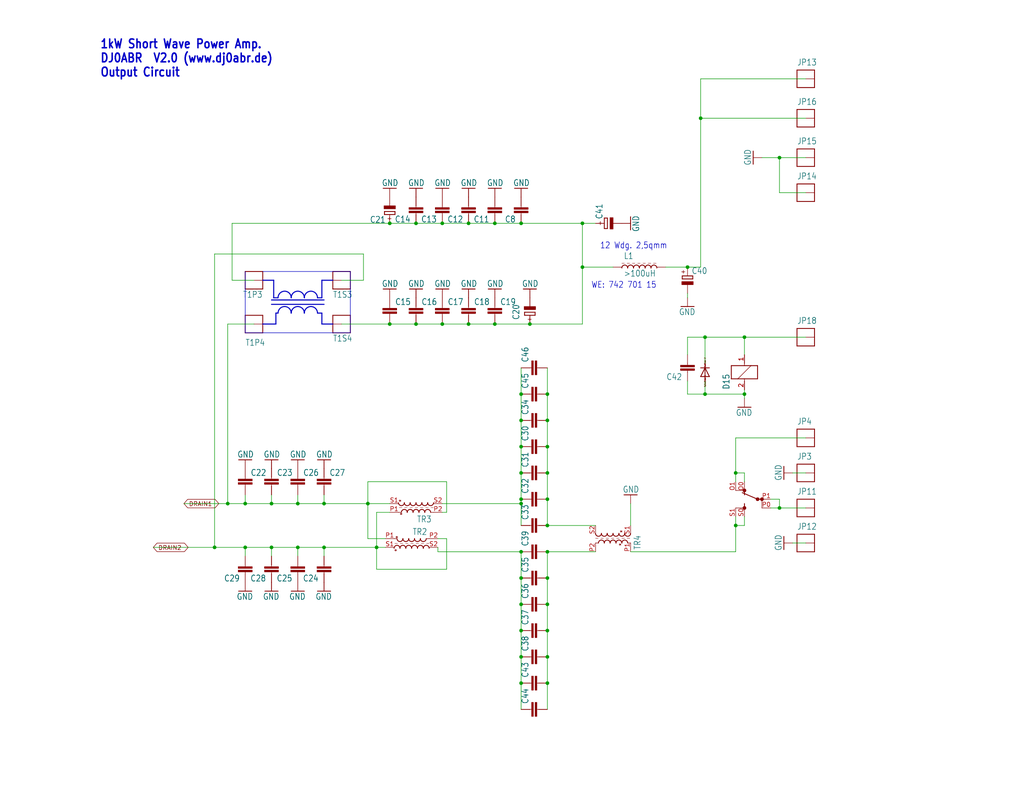
<source format=kicad_sch>
(kicad_sch (version 20231120) (generator "eeschema") (generator_version "8.0")
  (paper "User" 297.002 229.159)
  (lib_symbols
    (symbol "kwpa_ldmos2-eagle-import:diode_DIODE-SMB"
      (property "Reference" "D" (at 2.54 0.4826 0))
      (symbol "diode_DIODE-SMB_1_0"
        (text "SpiceOrder 1" (at -2.54 0 0) (effects (font (size 0.4064 0.3454))))
        (text "SpiceOrder 2" (at 2.54 0 0) (effects (font (size 0.4064 0.3454))))
        (pin passive line (at -2.54 0 0) (length 2.54) (name "A") (number "A"))
        (pin passive line (at 2.54 0 180) (length 2.54) (name "C") (number "C"))
      )
    )
    (symbol "kwpa_ldmos2-eagle-import:km_HF_SPULE_1W30X12"
      (property "Reference" "L" (at -4.572 2.286 0))
      (symbol "km_HF_SPULE_1W30X12_1_0"
        (pin passive line (at 7.62 0 180) (length 2.54) (name "1") (number "P$1"))
        (pin passive line (at -7.62 0 0) (length 2.54) (name "2") (number "P$2"))
      )
    )
    (symbol "kwpa_ldmos2-eagle-import:km_HF_TRAFO_1W_1WMANTEL_STEHEND"
      (property "Reference" "TR" (at -4.572 6.096 0))
      (symbol "km_HF_TRAFO_1W_1WMANTEL_STEHEND_1_0"
        (text "*" (at -3.4925 3.175 0) (effects (font (size 1.27 1.0795)) (justify left bottom)))
        (text "*" (at 0.3175 3.4925 0) (effects (font (size 1.27 1.0795)) (justify left bottom)))
        (pin passive line (at -5.08 5.08 0) (length 2.54) (name "P1") (number "P1"))
        (pin passive line (at -5.08 -5.08 0) (length 2.54) (name "P2") (number "P2"))
        (pin passive line (at 2.54 5.08 180) (length 2.54) (name "S1") (number "S1"))
        (pin passive line (at 2.54 -5.08 180) (length 2.54) (name "S2") (number "S2"))
      )
    )
    (symbol "kwpa_ldmos2-eagle-import:km_HF_TRAFO_1W_1W_GERADE_DOPPELROHR"
      (property "Reference" "TR" (at 4.572 -1.016 0))
      (symbol "km_HF_TRAFO_1W_1W_GERADE_DOPPELROHR_1_0"
        (text "*" (at -3.4925 2.8575 900) (effects (font (size 1.27 1.0795)) (justify left bottom)))
        (text "*" (at -3.175 -0.9525 900) (effects (font (size 1.27 1.0795)) (justify left bottom)))
        (pin passive line (at -7.62 0 0) (length 2.54) (name "P1") (number "P1"))
        (pin passive line (at 7.62 0 180) (length 2.54) (name "P2") (number "P2"))
        (pin passive line (at -7.62 2.54 0) (length 2.54) (name "S1") (number "S1"))
        (pin passive line (at 7.62 2.54 180) (length 2.54) (name "S2") (number "S2"))
      )
    )
    (symbol "kwpa_ldmos2-eagle-import:km_HF_TRAFO_1W_1W_GERADE_DOPPELROHRREVERSE"
      (property "Reference" "TR" (at 4.572 -1.016 0))
      (symbol "km_HF_TRAFO_1W_1W_GERADE_DOPPELROHRREVERSE_1_0"
        (text "*" (at -3.4925 2.8575 900) (effects (font (size 1.27 1.0795)) (justify left bottom)))
        (text "*" (at -3.175 -0.9525 900) (effects (font (size 1.27 1.0795)) (justify left bottom)))
        (pin passive line (at -7.62 0 0) (length 2.54) (name "P1") (number "P1"))
        (pin passive line (at 7.62 0 180) (length 2.54) (name "P2") (number "P2"))
        (pin passive line (at -7.62 2.54 0) (length 2.54) (name "S1") (number "S1"))
        (pin passive line (at 7.62 2.54 180) (length 2.54) (name "S2") (number "S2"))
      )
    )
    (symbol "kwpa_ldmos2-eagle-import:km_THICKPINSMD2,5X4"
      (property "Reference" "JP" (at -5.08 3.81 0))
      (symbol "km_THICKPINSMD2,5X4_1_0"
        (pin bidirectional line (at -2.54 0 0) (length 2.54) (name "1") (number "P$1"))
      )
    )
    (symbol "kwpa_ldmos2-eagle-import:km_THICKPINSQUARE"
      (property "Reference" "JP" (at -5.08 3.81 0))
      (symbol "km_THICKPINSQUARE_1_0"
        (pin bidirectional line (at -2.54 0 0) (length 2.54) (name "1") (number "1"))
      )
    )
    (symbol "kwpa_ldmos2-eagle-import:rcl_C-EUC0603K"
      (property "Reference" "C" (at 1.524 0.381 0))
      (symbol "rcl_C-EUC0603K_1_0"
        (pin passive line (at 0 2.54 270) (length 2.54) (name "1") (number "1"))
        (pin passive line (at 0 -5.08 90) (length 2.54) (name "2") (number "2"))
      )
    )
    (symbol "kwpa_ldmos2-eagle-import:rcl_C-EUC1210K"
      (property "Reference" "C" (at 1.524 0.381 0))
      (symbol "rcl_C-EUC1210K_1_0"
        (pin passive line (at 0 2.54 270) (length 2.54) (name "1") (number "1"))
        (pin passive line (at 0 -5.08 90) (length 2.54) (name "2") (number "2"))
      )
    )
    (symbol "kwpa_ldmos2-eagle-import:rcl_C-EUC1812K"
      (property "Reference" "C" (at 1.524 0.381 0))
      (symbol "rcl_C-EUC1812K_1_0"
        (pin passive line (at 0 2.54 270) (length 2.54) (name "1") (number "1"))
        (pin passive line (at 0 -5.08 90) (length 2.54) (name "2") (number "2"))
      )
    )
    (symbol "kwpa_ldmos2-eagle-import:rcl_CPOL-EU153CLV-1014"
      (property "Reference" "C" (at 1.143 0.4826 0))
      (symbol "rcl_CPOL-EU153CLV-1014_1_0"
        (text "+" (at -0.5842 0.4064 900) (effects (font (size 1.27 1.0795)) (justify left bottom)))
        (pin passive line (at 0 2.54 270) (length 2.54) (name "+") (number "+"))
        (pin passive line (at 0 -5.08 90) (length 2.54) (name "-") (number "-"))
      )
    )
    (symbol "kwpa_ldmos2-eagle-import:rcl_CPOL-EUE5-13"
      (property "Reference" "C" (at 1.143 0.4826 0))
      (symbol "rcl_CPOL-EUE5-13_1_0"
        (text "+" (at -0.5842 0.4064 900) (effects (font (size 1.27 1.0795)) (justify left bottom)))
        (pin passive line (at 0 2.54 270) (length 2.54) (name "+") (number "+"))
        (pin passive line (at 0 -5.08 90) (length 2.54) (name "-") (number "-"))
      )
    )
    (symbol "kwpa_ldmos2-eagle-import:relay_G2RE"
      (symbol "relay_G2RE_1_0"
        (pin passive line (at 0 5.08 270) (length 2.54) (name "1") (number "1"))
        (pin passive line (at 0 -5.08 90) (length 2.54) (name "2") (number "2"))
      )
      (symbol "relay_G2RE_2_0"
        (pin passive line (at 5.08 5.08 180) (length 2.54) (name "O") (number "O0"))
        (pin passive line (at 5.08 7.62 180) (length 2.54) (name "O@1") (number "O1"))
        (pin passive line (at -2.54 -2.54 90) (length 2.54) (name "P@1") (number "P0"))
        (pin passive line (at 0 -2.54 90) (length 2.54) (name "P") (number "P1"))
        (pin passive line (at -5.08 5.08 0) (length 2.54) (name "S") (number "S0"))
        (pin passive line (at -5.08 7.62 0) (length 2.54) (name "S@1") (number "S1"))
      )
    )
    (symbol "kwpa_ldmos2-eagle-import:supply1_GND" (power)
      (symbol "supply1_GND_1_0"
        (pin power_in line (at 0 2.54 270) (length 2.54) (name "GND") (number "1"))
      )
    )
  )
  (junction (at 151.13 121.92))
  (junction (at 86.36 146.05))
  (junction (at 86.36 158.75))
  (junction (at 226.06 45.72))
  (junction (at 158.75 198.12))
  (junction (at 151.13 160.02))
  (junction (at 128.27 93.98))
  (junction (at 135.89 64.77))
  (junction (at 120.65 93.98))
  (junction (at 143.51 93.98))
  (junction (at 151.13 64.77))
  (junction (at 158.75 190.5))
  (junction (at 151.13 144.78))
  (junction (at 151.13 146.05))
  (junction (at 62.23 158.75))
  (junction (at 106.68 146.05))
  (junction (at 113.03 93.98))
  (junction (at 213.36 152.4))
  (junction (at 66.04 146.05))
  (junction (at 168.91 64.77))
  (junction (at 120.65 64.77))
  (junction (at 215.9 97.79))
  (junction (at 143.51 64.77))
  (junction (at 78.74 158.75))
  (junction (at 151.13 190.5))
  (junction (at 204.47 97.79))
  (junction (at 71.12 146.05))
  (junction (at 158.75 175.26))
  (junction (at 158.75 121.92))
  (junction (at 113.03 64.77))
  (junction (at 158.75 114.3))
  (junction (at 153.67 93.98))
  (junction (at 199.39 77.47))
  (junction (at 93.98 146.05))
  (junction (at 135.89 93.98))
  (junction (at 158.75 182.88))
  (junction (at 226.06 147.32))
  (junction (at 158.75 167.64))
  (junction (at 215.9 114.3))
  (junction (at 158.75 152.4))
  (junction (at 151.13 198.12))
  (junction (at 93.98 158.75))
  (junction (at 158.75 137.16))
  (junction (at 158.75 144.78))
  (junction (at 78.74 146.05))
  (junction (at 71.12 158.75))
  (junction (at 158.75 160.02))
  (junction (at 168.91 77.47))
  (junction (at 151.13 137.16))
  (junction (at 204.47 114.3))
  (junction (at 151.13 167.64))
  (junction (at 128.27 64.77))
  (junction (at 109.22 158.75))
  (junction (at 213.36 137.16))
  (junction (at 151.13 175.26))
  (junction (at 151.13 129.54))
  (junction (at 151.13 114.3))
  (junction (at 158.75 129.54))
  (junction (at 151.13 182.88))
  (junction (at 203.2 34.29))
  (wire (pts (xy 93.98 143.51) (xy 93.98 146.05)) (stroke (width 0.1524)))
  (wire (pts (xy 204.47 97.79) (xy 215.9 97.79)) (stroke (width 0.1524)))
  (wire (pts (xy 172.72 160.02) (xy 158.75 160.02)) (stroke (width 0.1524)))
  (wire (pts (xy 44.45 158.75) (xy 62.23 158.75)) (stroke (width 0.1524)))
  (wire (pts (xy 151.13 121.92) (xy 151.13 114.3)) (stroke (width 0.1524)))
  (wire (pts (xy 168.91 93.98) (xy 168.91 77.47)) (stroke (width 0.1524)))
  (wire (pts (xy 151.13 121.92) (xy 151.13 129.54)) (stroke (width 0.1524)))
  (wire (pts (xy 215.9 115.57) (xy 215.9 114.3)) (stroke (width 0.1524)))
  (wire (pts (xy 220.98 45.72) (xy 226.06 45.72)) (stroke (width 0.1524)))
  (wire (pts (xy 128.27 146.05) (xy 151.13 146.05)) (stroke (width 0.1524)))
  (wire (pts (xy 127 156.21) (xy 129.54 156.21)) (stroke (width 0.1524)))
  (wire (pts (xy 53.34 146.05) (xy 66.04 146.05)) (stroke (width 0.1524)))
  (polyline (pts (xy 79.375 81.28) (xy 76.2 81.28)) (stroke (width 0.3048) (type solid)))
  (wire (pts (xy 215.9 137.16) (xy 213.36 137.16)) (stroke (width 0.1524)))
  (wire (pts (xy 129.54 148.59) (xy 129.54 139.7)) (stroke (width 0.1524)))
  (wire (pts (xy 223.52 144.78) (xy 226.06 144.78)) (stroke (width 0.1524)))
  (wire (pts (xy 151.13 167.64) (xy 151.13 175.26)) (stroke (width 0.1524)))
  (polyline (pts (xy 93.345 93.98) (xy 96.52 93.98)) (stroke (width 0.3048) (type solid)))
  (wire (pts (xy 120.65 93.98) (xy 128.27 93.98)) (stroke (width 0.1524)))
  (wire (pts (xy 151.13 129.54) (xy 151.13 137.16)) (stroke (width 0.1524)))
  (wire (pts (xy 86.36 158.75) (xy 93.98 158.75)) (stroke (width 0.1524)))
  (wire (pts (xy 78.74 143.51) (xy 78.74 146.05)) (stroke (width 0.1524)))
  (wire (pts (xy 158.75 175.26) (xy 158.75 182.88)) (stroke (width 0.1524)))
  (wire (pts (xy 105.41 73.66) (xy 62.23 73.66)) (stroke (width 0.1524)))
  (wire (pts (xy 129.54 165.1) (xy 109.22 165.1)) (stroke (width 0.1524)))
  (wire (pts (xy 78.74 146.05) (xy 71.12 146.05)) (stroke (width 0.1524)))
  (wire (pts (xy 151.13 198.12) (xy 151.13 205.74)) (stroke (width 0.1524)))
  (wire (pts (xy 151.13 190.5) (xy 151.13 198.12)) (stroke (width 0.1524)))
  (wire (pts (xy 111.76 156.21) (xy 106.68 156.21)) (stroke (width 0.1524)))
  (polyline (pts (xy 71.12 96.52) (xy 71.12 78.74)) (stroke (width 0.1524) (type solid)))
  (wire (pts (xy 215.9 97.79) (xy 215.9 102.87)) (stroke (width 0.1524)))
  (wire (pts (xy 106.68 139.7) (xy 106.68 146.05)) (stroke (width 0.1524)))
  (wire (pts (xy 106.68 146.05) (xy 93.98 146.05)) (stroke (width 0.1524)))
  (wire (pts (xy 226.06 147.32) (xy 233.68 147.32)) (stroke (width 0.1524)))
  (wire (pts (xy 86.36 146.05) (xy 78.74 146.05)) (stroke (width 0.1524)))
  (wire (pts (xy 158.75 160.02) (xy 158.75 167.64)) (stroke (width 0.1524)))
  (wire (pts (xy 158.75 121.92) (xy 158.75 114.3)) (stroke (width 0.1524)))
  (wire (pts (xy 215.9 114.3) (xy 215.9 113.03)) (stroke (width 0.1524)))
  (wire (pts (xy 168.91 77.47) (xy 177.8 77.47)) (stroke (width 0.1524)))
  (wire (pts (xy 73.66 93.98) (xy 66.04 93.98)) (stroke (width 0.1524)))
  (wire (pts (xy 62.23 73.66) (xy 62.23 158.75)) (stroke (width 0.1524)))
  (wire (pts (xy 215.9 97.79) (xy 233.68 97.79)) (stroke (width 0.1524)))
  (wire (pts (xy 151.13 137.16) (xy 151.13 144.78)) (stroke (width 0.1524)))
  (wire (pts (xy 172.72 64.77) (xy 168.91 64.77)) (stroke (width 0.1524)))
  (wire (pts (xy 99.06 81.28) (xy 105.41 81.28)) (stroke (width 0.1524)))
  (wire (pts (xy 172.72 152.4) (xy 158.75 152.4)) (stroke (width 0.1524)))
  (wire (pts (xy 213.36 139.7) (xy 213.36 137.16)) (stroke (width 0.1524)))
  (wire (pts (xy 143.51 64.77) (xy 151.13 64.77)) (stroke (width 0.1524)))
  (wire (pts (xy 71.12 161.29) (xy 71.12 158.75)) (stroke (width 0.1524)))
  (polyline (pts (xy 80.01 90.805) (xy 80.01 93.98)) (stroke (width 0.3048) (type solid)))
  (wire (pts (xy 78.74 161.29) (xy 78.74 158.75)) (stroke (width 0.1524)))
  (wire (pts (xy 199.39 114.3) (xy 199.39 110.49)) (stroke (width 0.1524)))
  (wire (pts (xy 62.23 158.75) (xy 71.12 158.75)) (stroke (width 0.1524)))
  (wire (pts (xy 109.22 158.75) (xy 93.98 158.75)) (stroke (width 0.1524)))
  (wire (pts (xy 213.36 149.86) (xy 213.36 152.4)) (stroke (width 0.1524)))
  (wire (pts (xy 213.36 137.16) (xy 213.36 127)) (stroke (width 0.1524)))
  (wire (pts (xy 127 160.02) (xy 151.13 160.02)) (stroke (width 0.1524)))
  (wire (pts (xy 204.47 105.41) (xy 204.47 97.79)) (stroke (width 0.1524)))
  (wire (pts (xy 127 160.02) (xy 127 158.75)) (stroke (width 0.1524)))
  (wire (pts (xy 128.27 93.98) (xy 135.89 93.98)) (stroke (width 0.1524)))
  (polyline (pts (xy 92.075 86.36) (xy 93.345 86.36)) (stroke (width 0.3048) (type solid)))
  (polyline (pts (xy 79.375 86.36) (xy 79.375 81.28)) (stroke (width 0.3048) (type solid)))
  (wire (pts (xy 226.06 144.78) (xy 226.06 147.32)) (stroke (width 0.1524)))
  (wire (pts (xy 168.91 77.47) (xy 168.91 64.77)) (stroke (width 0.1524)))
  (wire (pts (xy 128.27 64.77) (xy 135.89 64.77)) (stroke (width 0.1524)))
  (wire (pts (xy 151.13 160.02) (xy 151.13 167.64)) (stroke (width 0.1524)))
  (wire (pts (xy 109.22 165.1) (xy 109.22 158.75)) (stroke (width 0.1524)))
  (wire (pts (xy 204.47 114.3) (xy 199.39 114.3)) (stroke (width 0.1524)))
  (wire (pts (xy 129.54 156.21) (xy 129.54 165.1)) (stroke (width 0.1524)))
  (wire (pts (xy 113.03 146.05) (xy 106.68 146.05)) (stroke (width 0.1524)))
  (wire (pts (xy 182.88 146.05) (xy 182.88 152.4)) (stroke (width 0.1524)))
  (polyline (pts (xy 101.6 78.74) (xy 101.6 96.52)) (stroke (width 0.1524) (type solid)))
  (wire (pts (xy 233.68 34.29) (xy 203.2 34.29)) (stroke (width 0.1524)))
  (polyline (pts (xy 78.74 88.265) (xy 93.98 88.265)) (stroke (width 0.3048) (type solid)))
  (wire (pts (xy 215.9 139.7) (xy 215.9 137.16)) (stroke (width 0.1524)))
  (wire (pts (xy 151.13 146.05) (xy 151.13 152.4)) (stroke (width 0.1524)))
  (wire (pts (xy 113.03 148.59) (xy 109.22 148.59)) (stroke (width 0.1524)))
  (wire (pts (xy 233.68 55.88) (xy 226.06 55.88)) (stroke (width 0.1524)))
  (wire (pts (xy 93.98 146.05) (xy 86.36 146.05)) (stroke (width 0.1524)))
  (wire (pts (xy 78.74 158.75) (xy 86.36 158.75)) (stroke (width 0.1524)))
  (wire (pts (xy 111.76 158.75) (xy 109.22 158.75)) (stroke (width 0.1524)))
  (wire (pts (xy 120.65 64.77) (xy 128.27 64.77)) (stroke (width 0.1524)))
  (wire (pts (xy 203.2 34.29) (xy 203.2 77.47)) (stroke (width 0.1524)))
  (wire (pts (xy 151.13 64.77) (xy 168.91 64.77)) (stroke (width 0.1524)))
  (wire (pts (xy 215.9 152.4) (xy 213.36 152.4)) (stroke (width 0.1524)))
  (wire (pts (xy 109.22 148.59) (xy 109.22 158.75)) (stroke (width 0.1524)))
  (wire (pts (xy 199.39 97.79) (xy 204.47 97.79)) (stroke (width 0.1524)))
  (wire (pts (xy 199.39 77.47) (xy 203.2 77.47)) (stroke (width 0.1524)))
  (polyline (pts (xy 80.645 86.36) (xy 79.375 86.36)) (stroke (width 0.3048) (type solid)))
  (wire (pts (xy 158.75 121.92) (xy 158.75 129.54)) (stroke (width 0.1524)))
  (wire (pts (xy 66.04 93.98) (xy 66.04 146.05)) (stroke (width 0.1524)))
  (wire (pts (xy 151.13 175.26) (xy 151.13 182.88)) (stroke (width 0.1524)))
  (wire (pts (xy 151.13 144.78) (xy 151.13 146.05)) (stroke (width 0.1524)))
  (polyline (pts (xy 101.6 96.52) (xy 71.12 96.52)) (stroke (width 0.1524) (type solid)))
  (wire (pts (xy 67.31 64.77) (xy 113.03 64.77)) (stroke (width 0.1524)))
  (wire (pts (xy 229.87 137.16) (xy 233.68 137.16)) (stroke (width 0.1524)))
  (wire (pts (xy 105.41 81.28) (xy 105.41 73.66)) (stroke (width 0.1524)))
  (wire (pts (xy 106.68 156.21) (xy 106.68 146.05)) (stroke (width 0.1524)))
  (wire (pts (xy 113.03 93.98) (xy 120.65 93.98)) (stroke (width 0.1524)))
  (wire (pts (xy 203.2 34.29) (xy 203.2 22.86)) (stroke (width 0.1524)))
  (wire (pts (xy 158.75 114.3) (xy 158.75 106.68)) (stroke (width 0.1524)))
  (wire (pts (xy 129.54 139.7) (xy 106.68 139.7)) (stroke (width 0.1524)))
  (wire (pts (xy 99.06 93.98) (xy 113.03 93.98)) (stroke (width 0.1524)))
  (wire (pts (xy 71.12 146.05) (xy 66.04 146.05)) (stroke (width 0.1524)))
  (polyline (pts (xy 76.2 78.74) (xy 101.6 78.74)) (stroke (width 0.1524) (type solid)))
  (wire (pts (xy 135.89 93.98) (xy 143.51 93.98)) (stroke (width 0.1524)))
  (wire (pts (xy 204.47 110.49) (xy 204.47 114.3)) (stroke (width 0.1524)))
  (wire (pts (xy 86.36 161.29) (xy 86.36 158.75)) (stroke (width 0.1524)))
  (wire (pts (xy 93.98 158.75) (xy 93.98 161.29)) (stroke (width 0.1524)))
  (wire (pts (xy 215.9 149.86) (xy 215.9 152.4)) (stroke (width 0.1524)))
  (wire (pts (xy 158.75 198.12) (xy 158.75 205.74)) (stroke (width 0.1524)))
  (wire (pts (xy 73.66 81.28) (xy 67.31 81.28)) (stroke (width 0.1524)))
  (wire (pts (xy 204.47 114.3) (xy 215.9 114.3)) (stroke (width 0.1524)))
  (wire (pts (xy 226.06 45.72) (xy 233.68 45.72)) (stroke (width 0.1524)))
  (wire (pts (xy 158.75 167.64) (xy 158.75 175.26)) (stroke (width 0.1524)))
  (wire (pts (xy 193.04 77.47) (xy 199.39 77.47)) (stroke (width 0.1524)))
  (wire (pts (xy 226.06 55.88) (xy 226.06 45.72)) (stroke (width 0.1524)))
  (wire (pts (xy 158.75 182.88) (xy 158.75 190.5)) (stroke (width 0.1524)))
  (wire (pts (xy 151.13 182.88) (xy 151.13 190.5)) (stroke (width 0.1524)))
  (polyline (pts (xy 80.01 93.98) (xy 76.2 93.98)) (stroke (width 0.3048) (type solid)))
  (polyline (pts (xy 93.345 81.28) (xy 96.52 81.28)) (stroke (width 0.3048) (type solid)))
  (wire (pts (xy 158.75 129.54) (xy 158.75 137.16)) (stroke (width 0.1524)))
  (polyline (pts (xy 78.74 86.995) (xy 93.98 86.995)) (stroke (width 0.3048) (type solid)))
  (wire (pts (xy 143.51 93.98) (xy 153.67 93.98)) (stroke (width 0.1524)))
  (wire (pts (xy 153.67 93.98) (xy 168.91 93.98)) (stroke (width 0.1524)))
  (polyline (pts (xy 93.345 86.36) (xy 93.345 81.28)) (stroke (width 0.3048) (type solid)))
  (wire (pts (xy 199.39 102.87) (xy 199.39 97.79)) (stroke (width 0.1524)))
  (wire (pts (xy 213.36 152.4) (xy 213.36 160.02)) (stroke (width 0.1524)))
  (wire (pts (xy 67.31 81.28) (xy 67.31 64.77)) (stroke (width 0.1524)))
  (wire (pts (xy 182.88 160.02) (xy 213.36 160.02)) (stroke (width 0.1524)))
  (wire (pts (xy 71.12 158.75) (xy 78.74 158.75)) (stroke (width 0.1524)))
  (wire (pts (xy 135.89 64.77) (xy 143.51 64.77)) (stroke (width 0.1524)))
  (wire (pts (xy 213.36 127) (xy 233.68 127)) (stroke (width 0.1524)))
  (wire (pts (xy 223.52 147.32) (xy 226.06 147.32)) (stroke (width 0.1524)))
  (wire (pts (xy 71.12 143.51) (xy 71.12 146.05)) (stroke (width 0.1524)))
  (polyline (pts (xy 93.345 90.805) (xy 93.345 93.98)) (stroke (width 0.3048) (type solid)))
  (wire (pts (xy 229.87 157.48) (xy 233.68 157.48)) (stroke (width 0.1524)))
  (wire (pts (xy 199.39 85.09) (xy 199.39 86.36)) (stroke (width 0.1524)))
  (wire (pts (xy 158.75 137.16) (xy 158.75 144.78)) (stroke (width 0.1524)))
  (polyline (pts (xy 80.645 90.805) (xy 80.01 90.805)) (stroke (width 0.3048) (type solid)))
  (wire (pts (xy 86.36 143.51) (xy 86.36 146.05)) (stroke (width 0.1524)))
  (polyline (pts (xy 92.075 90.805) (xy 93.345 90.805)) (stroke (width 0.3048) (type solid)))
  (wire (pts (xy 158.75 144.78) (xy 158.75 152.4)) (stroke (width 0.1524)))
  (wire (pts (xy 151.13 114.3) (xy 151.13 106.68)) (stroke (width 0.1524)))
  (wire (pts (xy 158.75 190.5) (xy 158.75 198.12)) (stroke (width 0.1524)))
  (wire (pts (xy 113.03 64.77) (xy 120.65 64.77)) (stroke (width 0.1524)))
  (wire (pts (xy 203.2 22.86) (xy 233.68 22.86)) (stroke (width 0.1524)))
  (wire (pts (xy 128.27 148.59) (xy 129.54 148.59)) (stroke (width 0.1524)))
  (arc (start 80.645 90.805) (mid 82.55 88.9) (end 84.455 90.805) (stroke (width 0.3048)))
  (arc (start 88.265 90.805) (mid 90.17 88.9) (end 92.075 90.805) (stroke (width 0.3048)))
  (arc (start 80.645 86.36) (mid 82.55 84.455) (end 84.455 86.36) (stroke (width 0.3048)))
  (arc (start 84.455 90.805) (mid 86.36 88.9) (end 88.265 90.805) (stroke (width 0.3048)))
  (arc (start 84.455 86.36) (mid 86.36 84.455) (end 88.265 86.36) (stroke (width 0.3048)))
  (arc (start 88.265 86.36) (mid 90.17 84.455) (end 92.075 86.36) (stroke (width 0.3048)))
  (text "1kW Short Wave Power Amp.\nDJ0ABR  V2.0 (www.dj0abr.de)\nOutput Circuit" (at 28.956 22.606 0) (effects (font (size 2.54 2.159) (thickness 0.4318) (bold yes)) (justify left bottom)))
  (text "WE: 742 701 15" (at 171.45 83.82 0) (effects (font (size 1.778 1.5113)) (justify left bottom)))
  (text "12 Wdg. 2,5qmm" (at 173.99 72.39 0) (effects (font (size 1.778 1.5113)) (justify left bottom)))
  (global_label "DRAIN2" (shape bidirectional) (at 44.45 158.75 0) (effects (font (size 1.2446 1.2446))) (property "Intersheetrefs" "${INTERSHEET_REFS}" (effects (hide yes))))
  (global_label "DRAIN1" (shape bidirectional) (at 53.34 146.05 0) (effects (font (size 1.2446 1.2446))) (property "Intersheetrefs" "${INTERSHEET_REFS}" (effects (hide yes))))
  (symbol (lib_id "kwpa_ldmos2-eagle-import:km_THICKPINSQUARE") (at 236.22 55.88 0) (unit 1)
    (property "Reference" "JP14" (at 231.14 52.07 0) (effects (font (size 1.778 1.5113)) (justify left bottom)))
    (property "Value" "THICKPINSQUARE" (effects (hide yes)))
    (property "Footprint" "kwpa_ldmos2:THICKPIN" (effects (hide yes)))
  )
  (symbol (lib_id "kwpa_ldmos2-eagle-import:km_THICKPINSQUARE") (at 236.22 45.72 0) (unit 1)
    (property "Reference" "JP15" (at 231.14 41.91 0) (effects (font (size 1.778 1.5113)) (justify left bottom)))
    (property "Value" "THICKPINSQUARE" (effects (hide yes)))
    (property "Footprint" "kwpa_ldmos2:THICKPIN" (effects (hide yes)))
  )
  (symbol (lib_id "kwpa_ldmos2-eagle-import:supply1_GND") (at 135.89 83.82 180) (unit 1)
    (property "Reference" "#GND36" (effects (hide yes)))
    (property "Value" "GND" (at 138.43 81.28 0) (effects (font (size 1.778 1.5113)) (justify left bottom)))
  )
  (symbol (lib_id "kwpa_ldmos2-eagle-import:rcl_C-EUC1812K") (at 71.12 166.37 180) (unit 1)
    (property "Reference" "C29" (at 69.596 166.751 0) (effects (font (size 1.778 1.5113)) (justify left bottom)))
    (property "Value" "C-EUC1812K" (effects (hide yes)))
    (property "Footprint" "kwpa_ldmos2:C1812K" (effects (hide yes)))
  )
  (symbol (lib_id "kwpa_ldmos2-eagle-import:km_THICKPINSQUARE") (at 236.22 34.29 0) (unit 1)
    (property "Reference" "JP16" (at 231.14 30.48 0) (effects (font (size 1.778 1.5113)) (justify left bottom)))
    (property "Value" "THICKPINSQUARE" (effects (hide yes)))
    (property "Footprint" "kwpa_ldmos2:THICKPIN" (effects (hide yes)))
  )
  (symbol (lib_id "kwpa_ldmos2-eagle-import:rcl_C-EUC1210K") (at 153.67 121.92 90) (unit 1)
    (property "Reference" "C34" (at 153.289 120.396 0) (effects (font (size 1.778 1.5113)) (justify left bottom)))
    (property "Value" "C-EUC1210K" (effects (hide yes)))
    (property "Footprint" "kwpa_ldmos2:C1210K" (effects (hide yes)))
  )
  (symbol (lib_id "kwpa_ldmos2-eagle-import:rcl_C-EUC1210K") (at 153.67 160.02 90) (unit 1)
    (property "Reference" "C39" (at 153.289 158.496 0) (effects (font (size 1.778 1.5113)) (justify left bottom)))
    (property "Value" "C-EUC1210K" (effects (hide yes)))
    (property "Footprint" "kwpa_ldmos2:C1210K" (effects (hide yes)))
  )
  (symbol (lib_id "kwpa_ldmos2-eagle-import:rcl_CPOL-EU153CLV-1014") (at 153.67 91.44 180) (unit 1)
    (property "Reference" "C20" (at 150.6474 92.837 90) (effects (font (size 1.778 1.5113)) (justify right top)))
    (property "Value" "CPOL-EU153CLV-1014" (effects (hide yes)))
    (property "Footprint" "kwpa_ldmos2:153CLV-1014" (effects (hide yes)))
  )
  (symbol (lib_id "kwpa_ldmos2-eagle-import:supply1_GND") (at 113.03 54.61 180) (unit 1)
    (property "Reference" "#GND38" (effects (hide yes)))
    (property "Value" "GND" (at 115.57 52.07 0) (effects (font (size 1.778 1.5113)) (justify left bottom)))
  )
  (symbol (lib_id "kwpa_ldmos2-eagle-import:rcl_C-EUC1210K") (at 153.67 106.68 90) (unit 1)
    (property "Reference" "C46" (at 153.289 105.156 0) (effects (font (size 1.778 1.5113)) (justify left bottom)))
    (property "Value" "C-EUC1210K" (effects (hide yes)))
    (property "Footprint" "kwpa_ldmos2:C1210K" (effects (hide yes)))
  )
  (symbol (lib_id "kwpa_ldmos2-eagle-import:rcl_CPOL-EUE5-13") (at 199.39 80.01 0) (unit 1)
    (property "Reference" "C40" (at 200.533 79.5274 0) (effects (font (size 1.778 1.5113)) (justify left bottom)))
    (property "Value" "CPOL-EUE5-13" (effects (hide yes)))
    (property "Footprint" "kwpa_ldmos2:E5-13" (effects (hide yes)))
  )
  (symbol (lib_id "kwpa_ldmos2-eagle-import:rcl_C-EUC1210K") (at 153.67 144.78 90) (unit 1)
    (property "Reference" "C32" (at 153.289 143.256 0) (effects (font (size 1.778 1.5113)) (justify left bottom)))
    (property "Value" "C-EUC1210K" (effects (hide yes)))
    (property "Footprint" "kwpa_ldmos2:C1210K" (effects (hide yes)))
  )
  (symbol (lib_id "kwpa_ldmos2-eagle-import:rcl_C-EUC1812K") (at 78.74 138.43 0) (unit 1)
    (property "Reference" "C23" (at 80.264 138.049 0) (effects (font (size 1.778 1.5113)) (justify left bottom)))
    (property "Value" "C-EUC1812K" (effects (hide yes)))
    (property "Footprint" "kwpa_ldmos2:C1812K" (effects (hide yes)))
  )
  (symbol (lib_id "kwpa_ldmos2-eagle-import:supply1_GND") (at 120.65 83.82 180) (unit 1)
    (property "Reference" "#GND34" (effects (hide yes)))
    (property "Value" "GND" (at 123.19 81.28 0) (effects (font (size 1.778 1.5113)) (justify left bottom)))
  )
  (symbol (lib_id "kwpa_ldmos2-eagle-import:supply1_GND") (at 218.44 45.72 270) (unit 1)
    (property "Reference" "#GND51" (effects (hide yes)))
    (property "Value" "GND" (at 215.9 43.18 0) (effects (font (size 1.778 1.5113)) (justify left bottom)))
  )
  (symbol (lib_id "kwpa_ldmos2-eagle-import:supply1_GND") (at 78.74 133.35 180) (unit 1)
    (property "Reference" "#GND41" (effects (hide yes)))
    (property "Value" "GND" (at 81.28 130.81 0) (effects (font (size 1.778 1.5113)) (justify left bottom)))
  )
  (symbol (lib_id "kwpa_ldmos2-eagle-import:km_THICKPINSMD2,5X4") (at 76.2 81.28 0) (unit 1)
    (property "Reference" "T1P3" (at 76.2 84.455 0) (effects (font (size 1.778 1.5113)) (justify right top)))
    (property "Value" "THICKPINSMD2,5X4" (effects (hide yes)))
    (property "Footprint" "kwpa_ldmos2:SMDPAD2,5X4" (effects (hide yes)))
  )
  (symbol (lib_id "kwpa_ldmos2-eagle-import:km_THICKPINSMD2,5X4") (at 76.2 93.98 0) (unit 1)
    (property "Reference" "T1P4" (at 71.12 100.33 0) (effects (font (size 1.778 1.5113)) (justify left bottom)))
    (property "Value" "THICKPINSMD2,5X4" (effects (hide yes)))
    (property "Footprint" "kwpa_ldmos2:SMDPAD2,5X4" (effects (hide yes)))
  )
  (symbol (lib_id "kwpa_ldmos2-eagle-import:supply1_GND") (at 143.51 54.61 180) (unit 1)
    (property "Reference" "#GND29" (effects (hide yes)))
    (property "Value" "GND" (at 146.05 52.07 0) (effects (font (size 1.778 1.5113)) (justify left bottom)))
  )
  (symbol (lib_id "kwpa_ldmos2-eagle-import:km_THICKPINSQUARE") (at 236.22 97.79 0) (unit 1)
    (property "Reference" "JP18" (at 231.14 93.98 0) (effects (font (size 1.778 1.5113)) (justify left bottom)))
    (property "Value" "THICKPINSQUARE" (effects (hide yes)))
    (property "Footprint" "kwpa_ldmos2:THICKPIN" (effects (hide yes)))
  )
  (symbol (lib_id "kwpa_ldmos2-eagle-import:rcl_C-EUC1812K") (at 113.03 88.9 0) (unit 1)
    (property "Reference" "C15" (at 114.554 88.519 0) (effects (font (size 1.778 1.5113)) (justify left bottom)))
    (property "Value" "C-EUC1812K" (effects (hide yes)))
    (property "Footprint" "kwpa_ldmos2:C1812K" (effects (hide yes)))
  )
  (symbol (lib_id "kwpa_ldmos2-eagle-import:supply1_GND") (at 120.65 54.61 180) (unit 1)
    (property "Reference" "#GND32" (effects (hide yes)))
    (property "Value" "GND" (at 123.19 52.07 0) (effects (font (size 1.778 1.5113)) (justify left bottom)))
  )
  (symbol (lib_id "kwpa_ldmos2-eagle-import:rcl_C-EUC1210K") (at 153.67 205.74 90) (unit 1)
    (property "Reference" "C44" (at 153.289 204.216 0) (effects (font (size 1.778 1.5113)) (justify left bottom)))
    (property "Value" "C-EUC1210K" (effects (hide yes)))
    (property "Footprint" "kwpa_ldmos2:C1210K" (effects (hide yes)))
  )
  (symbol (lib_id "kwpa_ldmos2-eagle-import:rcl_C-EUC1812K") (at 93.98 138.43 0) (unit 1)
    (property "Reference" "C27" (at 95.504 138.049 0) (effects (font (size 1.778 1.5113)) (justify left bottom)))
    (property "Value" "C-EUC1812K" (effects (hide yes)))
    (property "Footprint" "kwpa_ldmos2:C1812K" (effects (hide yes)))
  )
  (symbol (lib_id "kwpa_ldmos2-eagle-import:km_THICKPINSQUARE") (at 236.22 147.32 0) (unit 1)
    (property "Reference" "JP11" (at 231.14 143.51 0) (effects (font (size 1.778 1.5113)) (justify left bottom)))
    (property "Value" "THICKPINSQUARE" (effects (hide yes)))
    (property "Footprint" "kwpa_ldmos2:THICKPIN" (effects (hide yes)))
  )
  (symbol (lib_id "kwpa_ldmos2-eagle-import:supply1_GND") (at 71.12 171.45 0) (unit 1)
    (property "Reference" "#GND47" (effects (hide yes)))
    (property "Value" "GND" (at 68.58 173.99 0) (effects (font (size 1.778 1.5113)) (justify left bottom)))
  )
  (symbol (lib_id "kwpa_ldmos2-eagle-import:rcl_C-EUC1812K") (at 135.89 62.23 180) (unit 1)
    (property "Reference" "C12" (at 134.366 62.611 0) (effects (font (size 1.778 1.5113)) (justify left bottom)))
    (property "Value" "C-EUC1812K" (effects (hide yes)))
    (property "Footprint" "kwpa_ldmos2:C1812K" (effects (hide yes)))
  )
  (symbol (lib_id "kwpa_ldmos2-eagle-import:supply1_GND") (at 153.67 83.82 180) (unit 1)
    (property "Reference" "#GND39" (effects (hide yes)))
    (property "Value" "GND" (at 156.21 81.28 0) (effects (font (size 1.778 1.5113)) (justify left bottom)))
  )
  (symbol (lib_id "kwpa_ldmos2-eagle-import:rcl_C-EUC1210K") (at 153.67 175.26 90) (unit 1)
    (property "Reference" "C36" (at 153.289 173.736 0) (effects (font (size 1.778 1.5113)) (justify left bottom)))
    (property "Value" "C-EUC1210K" (effects (hide yes)))
    (property "Footprint" "kwpa_ldmos2:C1210K" (effects (hide yes)))
  )
  (symbol (lib_id "kwpa_ldmos2-eagle-import:supply1_GND") (at 227.33 137.16 270) (unit 1)
    (property "Reference" "#GND27" (effects (hide yes)))
    (property "Value" "GND" (at 224.79 134.62 0) (effects (font (size 1.778 1.5113)) (justify left bottom)))
  )
  (symbol (lib_id "kwpa_ldmos2-eagle-import:supply1_GND") (at 128.27 54.61 180) (unit 1)
    (property "Reference" "#GND31" (effects (hide yes)))
    (property "Value" "GND" (at 130.81 52.07 0) (effects (font (size 1.778 1.5113)) (justify left bottom)))
  )
  (symbol (lib_id "kwpa_ldmos2-eagle-import:rcl_C-EUC1812K") (at 86.36 166.37 180) (unit 1)
    (property "Reference" "C25" (at 84.836 166.751 0) (effects (font (size 1.778 1.5113)) (justify left bottom)))
    (property "Value" "C-EUC1812K" (effects (hide yes)))
    (property "Footprint" "kwpa_ldmos2:C1812K" (effects (hide yes)))
  )
  (symbol (lib_id "kwpa_ldmos2-eagle-import:km_HF_SPULE_1W30X12") (at 185.42 77.47 0) (unit 1)
    (property "Reference" "L1" (at 180.848 75.184 0) (effects (font (size 1.778 1.5113)) (justify left bottom)))
    (property "Value" ">100uH" (at 180.848 80.264 0) (effects (font (size 1.778 1.5113)) (justify left bottom)))
    (property "Footprint" "kwpa_ldmos2:KERN90_STEHEND_2PIN" (effects (hide yes)))
  )
  (symbol (lib_id "kwpa_ldmos2-eagle-import:supply1_GND") (at 143.51 83.82 180) (unit 1)
    (property "Reference" "#GND37" (effects (hide yes)))
    (property "Value" "GND" (at 146.05 81.28 0) (effects (font (size 1.778 1.5113)) (justify left bottom)))
  )
  (symbol (lib_id "kwpa_ldmos2-eagle-import:km_THICKPINSQUARE") (at 236.22 127 0) (unit 1)
    (property "Reference" "JP4" (at 231.14 123.19 0) (effects (font (size 1.778 1.5113)) (justify left bottom)))
    (property "Value" "THICKPINSQUARE" (effects (hide yes)))
    (property "Footprint" "kwpa_ldmos2:THICKPIN" (effects (hide yes)))
  )
  (symbol (lib_id "kwpa_ldmos2-eagle-import:rcl_C-EUC1812K") (at 143.51 62.23 180) (unit 1)
    (property "Reference" "C11" (at 141.986 62.611 0) (effects (font (size 1.778 1.5113)) (justify left bottom)))
    (property "Value" "C-EUC1812K" (effects (hide yes)))
    (property "Footprint" "kwpa_ldmos2:C1812K" (effects (hide yes)))
  )
  (symbol (lib_id "kwpa_ldmos2-eagle-import:supply1_GND") (at 151.13 54.61 180) (unit 1)
    (property "Reference" "#GND28" (effects (hide yes)))
    (property "Value" "GND" (at 153.67 52.07 0) (effects (font (size 1.778 1.5113)) (justify left bottom)))
  )
  (symbol (lib_id "kwpa_ldmos2-eagle-import:supply1_GND") (at 71.12 133.35 180) (unit 1)
    (property "Reference" "#GND40" (effects (hide yes)))
    (property "Value" "GND" (at 73.66 130.81 0) (effects (font (size 1.778 1.5113)) (justify left bottom)))
  )
  (symbol (lib_id "kwpa_ldmos2-eagle-import:supply1_GND") (at 128.27 83.82 180) (unit 1)
    (property "Reference" "#GND35" (effects (hide yes)))
    (property "Value" "GND" (at 130.81 81.28 0) (effects (font (size 1.778 1.5113)) (justify left bottom)))
  )
  (symbol (lib_id "kwpa_ldmos2-eagle-import:rcl_C-EUC1210K") (at 153.67 190.5 90) (unit 1)
    (property "Reference" "C38" (at 153.289 188.976 0) (effects (font (size 1.778 1.5113)) (justify left bottom)))
    (property "Value" "C-EUC1210K" (effects (hide yes)))
    (property "Footprint" "kwpa_ldmos2:C1210K" (effects (hide yes)))
  )
  (symbol (lib_id "kwpa_ldmos2-eagle-import:supply1_GND") (at 227.33 157.48 270) (unit 1)
    (property "Reference" "#GND48" (effects (hide yes)))
    (property "Value" "GND" (at 224.79 154.94 0) (effects (font (size 1.778 1.5113)) (justify left bottom)))
  )
  (symbol (lib_id "kwpa_ldmos2-eagle-import:relay_G2RE") (at 215.9 107.95 0) (unit 1)
    (property "Reference" "K3" (effects (hide yes)))
    (property "Value" "G5RL-1E-HR-12V" (effects (hide yes)))
    (property "Footprint" "kwpa_ldmos2:G2RE" (effects (hide yes)))
  )
  (symbol (lib_id "kwpa_ldmos2-eagle-import:rcl_C-EUC1812K") (at 78.74 166.37 180) (unit 1)
    (property "Reference" "C28" (at 77.216 166.751 0) (effects (font (size 1.778 1.5113)) (justify left bottom)))
    (property "Value" "C-EUC1812K" (effects (hide yes)))
    (property "Footprint" "kwpa_ldmos2:C1812K" (effects (hide yes)))
  )
  (symbol (lib_id "kwpa_ldmos2-eagle-import:supply1_GND") (at 93.98 133.35 180) (unit 1)
    (property "Reference" "#GND45" (effects (hide yes)))
    (property "Value" "GND" (at 96.52 130.81 0) (effects (font (size 1.778 1.5113)) (justify left bottom)))
  )
  (symbol (lib_id "kwpa_ldmos2-eagle-import:rcl_C-EUC1812K") (at 151.13 62.23 180) (unit 1)
    (property "Reference" "C8" (at 149.606 62.611 0) (effects (font (size 1.778 1.5113)) (justify left bottom)))
    (property "Value" "C-EUC1812K" (effects (hide yes)))
    (property "Footprint" "kwpa_ldmos2:C1812K" (effects (hide yes)))
  )
  (symbol (lib_id "kwpa_ldmos2-eagle-import:km_HF_TRAFO_1W_1W_GERADE_DOPPELROHRREVERSE") (at 120.65 148.59 0) (unit 1)
    (property "Reference" "TR3" (at 125.222 149.606 0) (effects (font (size 1.778 1.5113)) (justify right top)))
    (property "Footprint" "kwpa_ldmos2:DOPPELRINGKERN_REV" (effects (hide yes)))
  )
  (symbol (lib_id "kwpa_ldmos2-eagle-import:km_THICKPINSQUARE") (at 236.22 22.86 0) (unit 1)
    (property "Reference" "JP13" (at 231.14 19.05 0) (effects (font (size 1.778 1.5113)) (justify left bottom)))
    (property "Value" "THICKPINSQUARE" (effects (hide yes)))
    (property "Footprint" "kwpa_ldmos2:THICKPIN" (effects (hide yes)))
  )
  (symbol (lib_id "kwpa_ldmos2-eagle-import:rcl_C-EUC1812K") (at 93.98 166.37 180) (unit 1)
    (property "Reference" "C24" (at 92.456 166.751 0) (effects (font (size 1.778 1.5113)) (justify left bottom)))
    (property "Value" "C-EUC1812K" (effects (hide yes)))
    (property "Footprint" "kwpa_ldmos2:C1812K" (effects (hide yes)))
  )
  (symbol (lib_id "kwpa_ldmos2-eagle-import:km_THICKPINSQUARE") (at 236.22 157.48 0) (unit 1)
    (property "Reference" "JP12" (at 231.14 153.67 0) (effects (font (size 1.778 1.5113)) (justify left bottom)))
    (property "Value" "THICKPINSQUARE" (effects (hide yes)))
    (property "Footprint" "kwpa_ldmos2:THICKPIN" (effects (hide yes)))
  )
  (symbol (lib_id "kwpa_ldmos2-eagle-import:rcl_C-EUC1210K") (at 153.67 137.16 90) (unit 1)
    (property "Reference" "C31" (at 153.289 135.636 0) (effects (font (size 1.778 1.5113)) (justify left bottom)))
    (property "Value" "C-EUC1210K" (effects (hide yes)))
    (property "Footprint" "kwpa_ldmos2:C1210K" (effects (hide yes)))
  )
  (symbol (lib_id "kwpa_ldmos2-eagle-import:rcl_C-EUC1812K") (at 128.27 62.23 180) (unit 1)
    (property "Reference" "C13" (at 126.746 62.611 0) (effects (font (size 1.778 1.5113)) (justify left bottom)))
    (property "Value" "C-EUC1812K" (effects (hide yes)))
    (property "Footprint" "kwpa_ldmos2:C1812K" (effects (hide yes)))
  )
  (symbol (lib_id "kwpa_ldmos2-eagle-import:rcl_C-EUC1812K") (at 135.89 88.9 0) (unit 1)
    (property "Reference" "C18" (at 137.414 88.519 0) (effects (font (size 1.778 1.5113)) (justify left bottom)))
    (property "Value" "C-EUC1812K" (effects (hide yes)))
    (property "Footprint" "kwpa_ldmos2:C1812K" (effects (hide yes)))
  )
  (symbol (lib_id "kwpa_ldmos2-eagle-import:rcl_C-EUC1210K") (at 153.67 152.4 90) (unit 1)
    (property "Reference" "C33" (at 153.289 150.876 0) (effects (font (size 1.778 1.5113)) (justify left bottom)))
    (property "Value" "C-EUC1210K" (effects (hide yes)))
    (property "Footprint" "kwpa_ldmos2:C1210K" (effects (hide yes)))
  )
  (symbol (lib_id "kwpa_ldmos2-eagle-import:diode_DIODE-SMB") (at 204.47 107.95 90) (unit 1)
    (property "Reference" "D15" (at 211.6074 113.03 0) (effects (font (size 1.778 1.5113)) (justify left bottom)))
    (property "Value" "DIODE-SMB" (effects (hide yes)))
    (property "Footprint" "kwpa_ldmos2:SMB" (effects (hide yes)))
  )
  (symbol (lib_id "kwpa_ldmos2-eagle-import:rcl_C-EUC1812K") (at 86.36 138.43 0) (unit 1)
    (property "Reference" "C26" (at 87.884 138.049 0) (effects (font (size 1.778 1.5113)) (justify left bottom)))
    (property "Value" "C-EUC1812K" (effects (hide yes)))
    (property "Footprint" "kwpa_ldmos2:C1812K" (effects (hide yes)))
  )
  (symbol (lib_id "kwpa_ldmos2-eagle-import:rcl_C-EUC1210K") (at 153.67 129.54 90) (unit 1)
    (property "Reference" "C30" (at 153.289 128.016 0) (effects (font (size 1.778 1.5113)) (justify left bottom)))
    (property "Value" "C-EUC1210K" (effects (hide yes)))
    (property "Footprint" "kwpa_ldmos2:C1210K" (effects (hide yes)))
  )
  (symbol (lib_id "kwpa_ldmos2-eagle-import:km_THICKPINSMD2,5X4") (at 96.52 93.98 180) (unit 1)
    (property "Reference" "T1S4" (at 102.235 97.155 0) (effects (font (size 1.778 1.5113)) (justify left bottom)))
    (property "Value" "THICKPINSMD2,5X4" (effects (hide yes)))
    (property "Footprint" "kwpa_ldmos2:SMDPAD2,5X4" (effects (hide yes)))
  )
  (symbol (lib_id "kwpa_ldmos2-eagle-import:km_HF_TRAFO_1W_1W_GERADE_DOPPELROHR") (at 119.38 156.21 0) (mirror x) (unit 1)
    (property "Reference" "TR2" (at 123.952 155.194 0) (effects (font (size 1.778 1.5113)) (justify right top)))
    (property "Footprint" "kwpa_ldmos2:DOPPELRINGKERN" (effects (hide yes)))
  )
  (symbol (lib_id "kwpa_ldmos2-eagle-import:km_THICKPINSQUARE") (at 236.22 137.16 0) (unit 1)
    (property "Reference" "JP3" (at 231.14 133.35 0) (effects (font (size 1.778 1.5113)) (justify left bottom)))
    (property "Value" "THICKPINSQUARE" (effects (hide yes)))
    (property "Footprint" "kwpa_ldmos2:THICKPIN" (effects (hide yes)))
  )
  (symbol (lib_id "kwpa_ldmos2-eagle-import:supply1_GND") (at 86.36 133.35 180) (unit 1)
    (property "Reference" "#GND44" (effects (hide yes)))
    (property "Value" "GND" (at 88.9 130.81 0) (effects (font (size 1.778 1.5113)) (justify left bottom)))
  )
  (symbol (lib_id "kwpa_ldmos2-eagle-import:km_THICKPINSMD2,5X4") (at 96.52 81.28 180) (unit 1)
    (property "Reference" "T1S3" (at 102.235 84.455 0) (effects (font (size 1.778 1.5113)) (justify left bottom)))
    (property "Value" "THICKPINSMD2,5X4" (effects (hide yes)))
    (property "Footprint" "kwpa_ldmos2:SMDPAD2,5X4" (effects (hide yes)))
  )
  (symbol (lib_id "kwpa_ldmos2-eagle-import:rcl_C-EUC0603K") (at 199.39 107.95 180) (unit 1)
    (property "Reference" "C42" (at 197.866 108.331 0) (effects (font (size 1.778 1.5113)) (justify left bottom)))
    (property "Value" "C-EUC0603K" (effects (hide yes)))
    (property "Footprint" "kwpa_ldmos2:C0603K" (effects (hide yes)))
  )
  (symbol (lib_id "kwpa_ldmos2-eagle-import:rcl_C-EUC1210K") (at 153.67 167.64 90) (unit 1)
    (property "Reference" "C35" (at 153.289 166.116 0) (effects (font (size 1.778 1.5113)) (justify left bottom)))
    (property "Value" "C-EUC1210K" (effects (hide yes)))
    (property "Footprint" "kwpa_ldmos2:C1210K" (effects (hide yes)))
  )
  (symbol (lib_id "kwpa_ldmos2-eagle-import:km_HF_TRAFO_1W_1WMANTEL_STEHEND") (at 177.8 154.94 270) (mirror x) (unit 1)
    (property "Reference" "TR4" (at 183.896 159.512 0) (effects (font (size 1.778 1.5113)) (justify left bottom)))
    (property "Footprint" "kwpa_ldmos2:DOPPELLMANTEL_STEHEND" (effects (hide yes)))
  )
  (symbol (lib_id "kwpa_ldmos2-eagle-import:supply1_GND") (at 182.88 143.51 180) (unit 1)
    (property "Reference" "#GND26" (effects (hide yes)))
    (property "Value" "GND" (at 185.42 140.97 0) (effects (font (size 1.778 1.5113)) (justify left bottom)))
  )
  (symbol (lib_id "kwpa_ldmos2-eagle-import:relay_G2RE") (at 220.98 144.78 90) (unit 2)
    (property "Reference" "K3" (effects (hide yes)))
    (property "Value" "G5RL-1E-HR-12V" (effects (hide yes)))
    (property "Footprint" "kwpa_ldmos2:G2RE" (effects (hide yes)))
  )
  (symbol (lib_id "kwpa_ldmos2-eagle-import:rcl_C-EUC1812K") (at 71.12 138.43 0) (unit 1)
    (property "Reference" "C22" (at 72.644 138.049 0) (effects (font (size 1.778 1.5113)) (justify left bottom)))
    (property "Value" "C-EUC1812K" (effects (hide yes)))
    (property "Footprint" "kwpa_ldmos2:C1812K" (effects (hide yes)))
  )
  (symbol (lib_id "kwpa_ldmos2-eagle-import:supply1_GND") (at 93.98 171.45 0) (unit 1)
    (property "Reference" "#GND42" (effects (hide yes)))
    (property "Value" "GND" (at 91.44 173.99 0) (effects (font (size 1.778 1.5113)) (justify left bottom)))
  )
  (symbol (lib_id "kwpa_ldmos2-eagle-import:rcl_C-EUC1812K") (at 120.65 88.9 0) (unit 1)
    (property "Reference" "C16" (at 122.174 88.519 0) (effects (font (size 1.778 1.5113)) (justify left bottom)))
    (property "Value" "C-EUC1812K" (effects (hide yes)))
    (property "Footprint" "kwpa_ldmos2:C1812K" (effects (hide yes)))
  )
  (symbol (lib_id "kwpa_ldmos2-eagle-import:supply1_GND") (at 199.39 88.9 0) (unit 1)
    (property "Reference" "#GND50" (effects (hide yes)))
    (property "Value" "GND" (at 196.85 91.44 0) (effects (font (size 1.778 1.5113)) (justify left bottom)))
  )
  (symbol (lib_id "kwpa_ldmos2-eagle-import:supply1_GND") (at 215.9 118.11 0) (unit 1)
    (property "Reference" "#GND49" (effects (hide yes)))
    (property "Value" "GND" (at 213.36 120.65 0) (effects (font (size 1.778 1.5113)) (justify left bottom)))
  )
  (symbol (lib_id "kwpa_ldmos2-eagle-import:rcl_C-EUC1210K") (at 153.67 182.88 90) (unit 1)
    (property "Reference" "C37" (at 153.289 181.356 0) (effects (font (size 1.778 1.5113)) (justify left bottom)))
    (property "Value" "C-EUC1210K" (effects (hide yes)))
    (property "Footprint" "kwpa_ldmos2:C1210K" (effects (hide yes)))
  )
  (symbol (lib_id "kwpa_ldmos2-eagle-import:rcl_C-EUC1210K") (at 153.67 198.12 90) (unit 1)
    (property "Reference" "C43" (at 153.289 196.596 0) (effects (font (size 1.778 1.5113)) (justify left bottom)))
    (property "Value" "C-EUC1210K" (effects (hide yes)))
    (property "Footprint" "kwpa_ldmos2:C1210K" (effects (hide yes)))
  )
  (symbol (lib_id "kwpa_ldmos2-eagle-import:supply1_GND") (at 135.89 54.61 180) (unit 1)
    (property "Reference" "#GND30" (effects (hide yes)))
    (property "Value" "GND" (at 138.43 52.07 0) (effects (font (size 1.778 1.5113)) (justify left bottom)))
  )
  (symbol (lib_id "kwpa_ldmos2-eagle-import:supply1_GND") (at 86.36 171.45 0) (unit 1)
    (property "Reference" "#GND43" (effects (hide yes)))
    (property "Value" "GND" (at 83.82 173.99 0) (effects (font (size 1.778 1.5113)) (justify left bottom)))
  )
  (symbol (lib_id "kwpa_ldmos2-eagle-import:rcl_CPOL-EUE5-13") (at 175.26 64.77 90) (unit 1)
    (property "Reference" "C41" (at 174.7774 63.627 0) (effects (font (size 1.778 1.5113)) (justify left bottom)))
    (property "Value" "CPOL-EUE5-13" (effects (hide yes)))
    (property "Footprint" "kwpa_ldmos2:E5-13" (effects (hide yes)))
  )
  (symbol (lib_id "kwpa_ldmos2-eagle-import:supply1_GND") (at 78.74 171.45 0) (unit 1)
    (property "Reference" "#GND46" (effects (hide yes)))
    (property "Value" "GND" (at 76.2 173.99 0) (effects (font (size 1.778 1.5113)) (justify left bottom)))
  )
  (symbol (lib_id "kwpa_ldmos2-eagle-import:supply1_GND") (at 182.88 64.77 90) (unit 1)
    (property "Reference" "#GND52" (effects (hide yes)))
    (property "Value" "GND" (at 185.42 67.31 0) (effects (font (size 1.778 1.5113)) (justify left bottom)))
  )
  (symbol (lib_id "kwpa_ldmos2-eagle-import:rcl_C-EUC1812K") (at 143.51 88.9 0) (unit 1)
    (property "Reference" "C19" (at 145.034 88.519 0) (effects (font (size 1.778 1.5113)) (justify left bottom)))
    (property "Value" "C-EUC1812K" (effects (hide yes)))
    (property "Footprint" "kwpa_ldmos2:C1812K" (effects (hide yes)))
  )
  (symbol (lib_id "kwpa_ldmos2-eagle-import:supply1_GND") (at 113.03 83.82 180) (unit 1)
    (property "Reference" "#GND33" (effects (hide yes)))
    (property "Value" "GND" (at 115.57 81.28 0) (effects (font (size 1.778 1.5113)) (justify left bottom)))
  )
  (symbol (lib_id "kwpa_ldmos2-eagle-import:rcl_CPOL-EU153CLV-1014") (at 113.03 62.23 180) (unit 1)
    (property "Reference" "C21" (at 111.887 62.7126 0) (effects (font (size 1.778 1.5113)) (justify left bottom)))
    (property "Value" "CPOL-EU153CLV-1014" (effects (hide yes)))
    (property "Footprint" "kwpa_ldmos2:153CLV-1014" (effects (hide yes)))
  )
  (symbol (lib_id "kwpa_ldmos2-eagle-import:rcl_C-EUC1812K") (at 128.27 88.9 0) (unit 1)
    (property "Reference" "C17" (at 129.794 88.519 0) (effects (font (size 1.778 1.5113)) (justify left bottom)))
    (property "Value" "C-EUC1812K" (effects (hide yes)))
    (property "Footprint" "kwpa_ldmos2:C1812K" (effects (hide yes)))
  )
  (symbol (lib_id "kwpa_ldmos2-eagle-import:rcl_C-EUC1210K") (at 153.67 114.3 90) (unit 1)
    (property "Reference" "C45" (at 153.289 112.776 0) (effects (font (size 1.778 1.5113)) (justify left bottom)))
    (property "Value" "C-EUC1210K" (effects (hide yes)))
    (property "Footprint" "kwpa_ldmos2:C1210K" (effects (hide yes)))
  )
  (symbol (lib_id "kwpa_ldmos2-eagle-import:rcl_C-EUC1812K") (at 120.65 62.23 180) (unit 1)
    (property "Reference" "C14" (at 119.126 62.611 0) (effects (font (size 1.778 1.5113)) (justify left bottom)))
    (property "Value" "C-EUC1812K" (effects (hide yes)))
    (property "Footprint" "kwpa_ldmos2:C1812K" (effects (hide yes)))
  )
)
</source>
